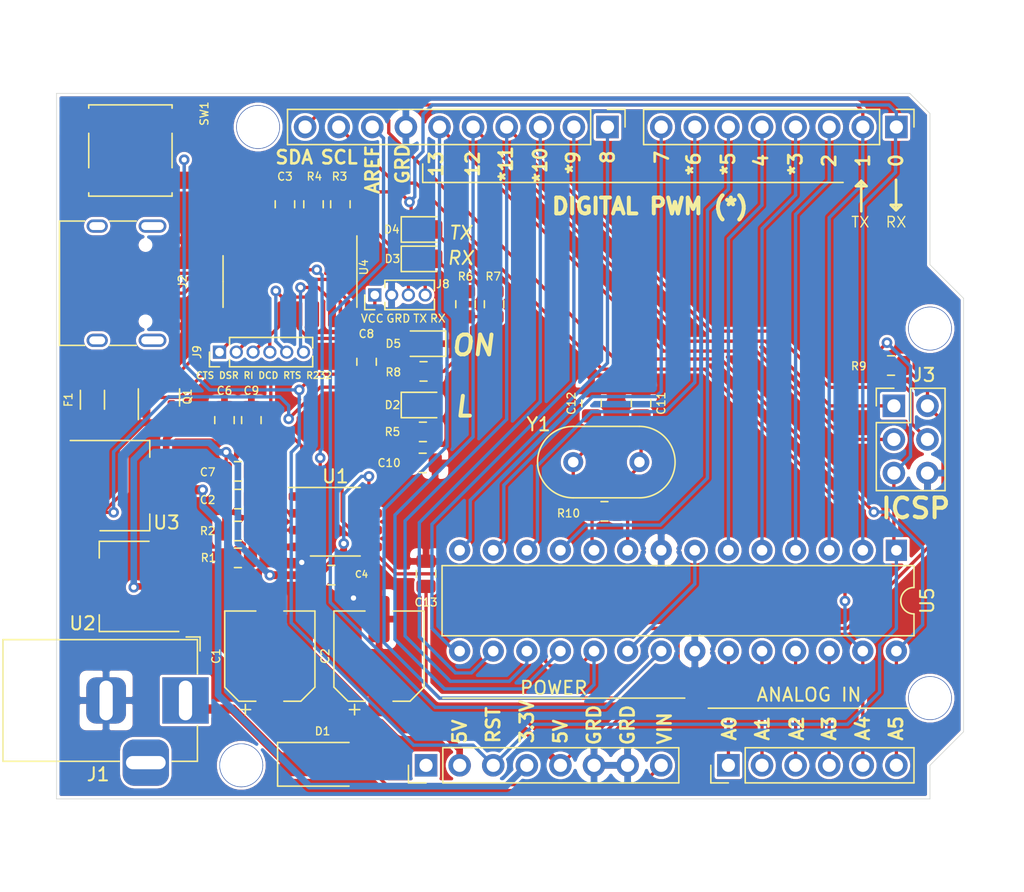
<source format=kicad_pcb>
(kicad_pcb (version 20211014) (generator pcbnew)
  (layers (0 "F.Cu" signal) (31 "B.Cu" signal) (34 "B.Paste" user) (35 "F.Paste" user) (36 "B.SilkS" user "B.Silkscreen") (37 "F.SilkS" user "F.Silkscreen") (38 "B.Mask" user) (39 "F.Mask" user) (44 "Edge.Cuts" user))
  (net 0 "")
  (net 1 "Net-(Q1-Pad2)")
  (net 2 "/VBUS")
  (net 3 "+5V")
  (net 4 "/VIN")
  (net 5 "GND")
  (net 6 "+3V3")
  (net 7 "Net-(R3-Pad2)")
  (net 8 "Net-(R4-Pad2)")
  (net 9 "Net-(U4-Pad7)")
  (net 10 "Net-(U4-Pad8)")
  (net 11 "Net-(C8-Pad2)")
  (net 12 "/DTR")
  (net 13 "/D9")
  (net 14 "/D0")
  (net 15 "/D10")
  (net 16 "/D1")
  (net 17 "/D11")
  (net 18 "/D2")
  (net 19 "/D12")
  (net 20 "/D3")
  (net 21 "/D13")
  (net 22 "/D4")
  (net 23 "/AREF")
  (net 24 "/A0")
  (net 25 "/A1")
  (net 26 "/D5")
  (net 27 "/A2")
  (net 28 "/D6")
  (net 29 "/A3")
  (net 30 "/D7")
  (net 31 "/A4")
  (net 32 "/D8")
  (net 33 "/A5")
  (net 34 "Net-(F1-Pad2)")
  (net 35 "Net-(J5-Pad1)")
  (net 36 "Net-(R1-Pad2)")
  (net 37 "Net-(R5-Pad1)")
  (net 38 "Net-(D2-Pad2)")
  (net 39 "Net-(D1-Pad1)")
  (net 40 "Net-(J2-PadA7)")
  (net 41 "Net-(J2-PadA6)")
  (net 42 "Net-(J2-PadB8)")
  (net 43 "Net-(J2-PadA5)")
  (net 44 "Net-(J2-PadA8)")
  (net 45 "Net-(J2-PadB5)")
  (net 46 "Net-(J2-PadS1)")
  (net 47 "Net-(D3-Pad2)")
  (net 48 "Net-(D4-Pad2)")
  (net 49 "Net-(D5-Pad2)")
  (net 50 "Net-(C11-Pad2)")
  (net 51 "Net-(C12-Pad1)")
  (net 52 "/RI")
  (net 53 "/DCD")
  (net 54 "/DSR")
  (net 55 "/RTS")
  (net 56 "/CTS")
  (net 57 "/R232")
  (footprint "Connector_PinHeader_2.54mm:PinHeader_1x06_P2.54mm_Vertical" (layer "F.Cu") (at 160.528 96.266 90)
    (fp_text reference "J4" hide)
    (fp_text value "Conn_01x06_MountingPin")
  )
  (footprint "Connector_PinHeader_2.54mm:PinHeader_1x08_P2.54mm_Vertical" (layer "F.Cu") (at 173.228 48.006 -90)
    (fp_text reference "J7" hide)
    (fp_text value "Conn_01x08_MountingPin")
  )
  (footprint "Connector_PinHeader_2.54mm:PinHeader_1x10_P2.54mm_Vertical" (layer "F.Cu") (at 151.384 48.006 -90)
    (fp_text reference "J6" hide)
    (fp_text value "Conn_01x10_MountingPin")
  )
  (footprint "Connector_PinHeader_2.54mm:PinHeader_1x08_P2.54mm_Vertical" (layer "F.Cu") (at 137.668 96.266 90)
    (fp_text reference "J5" hide)
    (fp_text value "Conn_01x08_MountingPin")
  )
  (footprint "Connector_BarrelJack:BarrelJack_Horizontal" (layer "F.Cu") (at 119.4816 91.3638)
    (fp_text reference "J1")
    (fp_text value "Jack-DC")
  )
  (footprint "Button_Switch_SMD:SW_SPST_B3S-1000" (layer "F.Cu") (at 115.316 49.784)
    (fp_text reference "SW1")
    (fp_text value "SW_Push")
  )
  (footprint "Package_SO:SOP-8_3.76x4.96mm_P1.27mm" (layer "F.Cu") (at 130.81 77.851)
    (fp_text reference "U1")
    (fp_text value "LM358")
  )
  (footprint "Connector_PinHeader_2.54mm:PinHeader_2x03_P2.54mm_Vertical" (layer "F.Cu") (at 173.0375 69.088)
    (fp_text reference "J3")
    (fp_text value "Conn_02x03_Odd_Even")
  )
  (footprint "Package_TO_SOT_SMD:SOT-23" (layer "F.Cu") (at 117.475 68.453 90)
    (fp_text reference "Q1")
    (fp_text value "BS250")
  )
  (footprint "Capacitor_SMD:C_0805_2012Metric" (layer "F.Cu") (at 123.444 76.1365)
    (fp_text reference "C2")
    (fp_text value "10uF")
  )
  (footprint "Capacitor_SMD:C_0805_2012Metric" (layer "F.Cu") (at 127 53.848 -90)
    (fp_text reference "C3")
    (fp_text value "100nF")
  )
  (footprint "Capacitor_SMD:C_0805_2012Metric" (layer "F.Cu") (at 137.4775 66.4845 180)
    (fp_text reference "R8")
    (fp_text value "1k")
  )
  (footprint "Package_SO:SOIC-16_3.9x9.9mm_P1.27mm" (layer "F.Cu") (at 127.381 59.69 -90)
    (fp_text reference "U4")
    (fp_text value "CH340C")
  )
  (footprint "Package_TO_SOT_SMD:SOT-223-3_TabPin2" (layer "F.Cu") (at 114.8715 82.7405 180)
    (fp_text reference "U2")
    (fp_text value "AMS1117-5.0")
  )
  (footprint "Package_TO_SOT_SMD:SOT-223-3_TabPin2" (layer "F.Cu") (at 114.8715 75.1205)
    (fp_text reference "U3")
    (fp_text value "AMS1117-3.3")
  )
  (footprint "Package_DIP:DIP-28_W7.62mm" (layer "F.Cu") (at 173.228 80.01 -90)
    (fp_text reference "U5")
    (fp_text value "ATmega328P-PU")
  )
  (footprint "LED_SMD:LED_0805_2012Metric" (layer "F.Cu") (at 137.4775 55.753)
    (fp_text reference "D4")
    (fp_text value "LED")
  )
  (footprint "LED_SMD:LED_0805_2012Metric" (layer "F.Cu") (at 137.4775 64.389 180)
    (fp_text reference "D5")
    (fp_text value "LED")
  )
  (footprint "Capacitor_SMD:C_0805_2012Metric" (layer "F.Cu") (at 153.924 68.8975 -90)
    (fp_text reference "C11")
    (fp_text value "22pF")
  )
  (footprint "Capacitor_SMD:C_0805_2012Metric" (layer "F.Cu") (at 150.1775 68.8975 90)
    (fp_text reference "C12")
    (fp_text value "22pF")
  )
  (footprint "Connector_USB2:USB_C_Receptacle_HRO_TYPE-C-31-M-12" (layer "F.Cu") (at 113.8555 59.817 -90)
    (fp_text reference "J2")
    (fp_text value "USB_C_Receptacle_USB2.0")
  )
  (footprint "Capacitor_SMD:C_0805_2012Metric" (layer "F.Cu") (at 172.8216 66.04)
    (fp_text reference "R9")
    (fp_text value "1K")
  )
  (footprint "Capacitor_SMD:C_0805_2012Metric" (layer "F.Cu") (at 151.1554 77.0636 180)
    (fp_text reference "R10")
    (fp_text value "1M")
  )
  (footprint "Capacitor_SMD:C_1206_3216Metric" (layer "F.Cu") (at 112.4458 68.6308 90)
    (fp_text reference "F1")
    (fp_text value "Fuse")
  )
  (footprint "Diode_SMD:D_SMA" (layer "F.Cu") (at 129.8448 96.1898)
    (fp_text reference "D1")
    (fp_text value "DIODE")
  )
  (footprint "Crystal:Resonator-2Pin_W10.0mm_H5.0mm" (layer "F.Cu") (at 153.797 73.3425 180)
    (fp_text reference "Y1")
    (fp_text value "16 Mhz")
  )
  (footprint "Capacitor_SMD:CP_Elec_6.3x5.4" (layer "F.Cu") (at 125.857 88.011 90)
    (fp_text reference "C1")
    (fp_text value "47uF")
  )
  (footprint "Capacitor_SMD:CP_Elec_6.3x5.4" (layer "F.Cu") (at 134.112 88.011 90)
    (fp_text reference "C2")
    (fp_text value "10uF")
  )
  (footprint "Connector_PinHeader_1.27mm:PinHeader_1x04_P1.27mm_Vertical" (layer "F.Cu") (at 133.7945 60.706 90)
    (fp_text reference "J8")
    (fp_text value "Conn_01x04_MountingPin")
  )
  (footprint "Connector_PinHeader_1.27mm:PinHeader_1x06_P1.27mm_Vertical" (layer "F.Cu") (at 122.05208 65.02654 90)
    (fp_text reference "J9")
    (fp_text value "Conn_01x06_MountingPin")
  )
  (footprint "Capacitor_SMD:C_0805_2012Metric" (layer "F.Cu") (at 140.6525 61.4045 -90)
    (fp_text reference "R6")
    (fp_text value "1k")
  )
  (footprint "Capacitor_SMD:C_0805_2012Metric" (layer "F.Cu") (at 142.8115 61.4045 90)
    (fp_text reference "R7")
    (fp_text value "1k")
  )
  (footprint "Capacitor_SMD:C_0805_2012Metric" (layer "F.Cu") (at 130.5052 81.8896)
    (fp_text reference "C4")
    (fp_text value "100nF")
  )
  (footprint "LED_SMD:LED_0805_2012Metric" (layer "F.Cu") (at 137.4775 57.9755)
    (fp_text reference "D3")
    (fp_text value "LED")
  )
  (footprint "Capacitor_SMD:C_0805_2012Metric" (layer "F.Cu") (at 124.46 70.1675 90)
    (fp_text reference "C9")
    (fp_text value "100nF")
  )
  (footprint "Capacitor_SMD:C_0805_2012Metric" (layer "F.Cu") (at 137.414 73.406)
    (fp_text reference "C10")
    (fp_text value "100nF")
  )
  (footprint "Capacitor_SMD:C_0805_2012Metric" (layer "F.Cu") (at 122.428 70.1675 90)
    (fp_text reference "C6")
    (fp_text value "10uF")
  )
  (footprint "Capacitor_SMD:C_0805_2012Metric" (layer "F.Cu") (at 131.191 53.848 -90)
    (fp_text reference "R3")
    (fp_text value "1k")
  )
  (footprint "Capacitor_SMD:C_0805_2012Metric" (layer "F.Cu") (at 133.1722 65.75806 90)
    (fp_text reference "C8")
    (fp_text value "100nf")
  )
  (footprint "Capacitor_SMD:C_0805_2012Metric" (layer "F.Cu") (at 137.429 71.0565)
    (fp_text reference "R5")
    (fp_text value "1k")
  )
  (footprint "Capacitor_SMD:C_0805_2012Metric" (layer "F.Cu") (at 123.444 78.5495 180)
    (fp_text reference "R2")
    (fp_text value "10k")
  )
  (footprint "Capacitor_SMD:C_0805_2012Metric" (layer "F.Cu") (at 123.444 74.041)
    (fp_text reference "C7")
    (fp_text value "100nF")
  )
  (footprint "Capacitor_SMD:C_0805_2012Metric" (layer "F.Cu") (at 123.444 80.5815)
    (fp_text reference "R1")
    (fp_text value "10k")
  )
  (footprint "Capacitor_SMD:C_0805_2012Metric" (layer "F.Cu") (at 129.159 53.848 -90)
    (fp_text reference "R4")
    (fp_text value "1k")
  )
  (footprint "Capacitor_SMD:C_0805_2012Metric" (layer "F.Cu") (at 137.668 81.788 90)
    (fp_text reference "C13")
    (fp_text value "100nF")
  )
  (footprint "LED_SMD:LED_0805_2012Metric" (layer "F.Cu") (at 137.4775 69.0245)
    (fp_text reference "D2")
    (fp_text value "LED")
  )
  (gr_line (start 137.414 52.197) (end 138 52.2) (layer "F.SilkS") (width 0.12))
  (gr_line (start 170.17086 52.480228) (end 170.57086 52.080228) (layer "F.SilkS") (width 0.2))
  (gr_line (start 170.97086 52.480228) (end 170.17086 52.480228) (layer "F.SilkS") (width 0.2))
  (gr_line (start 170.57086 52.080228) (end 170.97086 52.480228) (layer "F.SilkS") (width 0.2))
  (gr_line (start 170.57086 54.380228) (end 170.57086 52.080228) (layer "F.SilkS") (width 0.2))
  (gr_line (start 173.6 53.9) (end 173.2 54.3) (layer "F.SilkS") (width 0.2))
  (gr_line (start 137.414 50.8) (end 137.414 52.197) (layer "F.SilkS") (width 0.12))
  (gr_line (start 159.004 91.948) (end 174.1805 91.948) (layer "F.SilkS") (width 0.12))
  (gr_line (start 157.226 91.186) (end 138.938 91.186) (layer "F.SilkS") (width 0.12))
  (gr_line (start 173.2 54.3) (end 172.8 53.9) (layer "F.SilkS") (width 0.2))
  (gr_line (start 172.8 53.9) (end 173.6 53.9) (layer "F.SilkS") (width 0.2))
  (gr_line (start 169.2 52.2) (end 138 52.2) (layer "F.SilkS") (width 0.12))
  (gr_line (start 173.2 52) (end 173.2 54.3) (layer "F.SilkS") (width 0.2))
  (gr_line (start 109.728 45.466) (end 109.728 98.806) (layer "Edge.Cuts") (width 0.05))
  (gr_line (start 175.768 58.42) (end 175.768 46.99) (layer "Edge.Cuts") (width 0.05))
  (gr_line (start 175.768 96.266) (end 178.308 93.726) (layer "Edge.Cuts") (width 0.05))
  (gr_line (start 178.308 93.726) (end 178.308 60.96) (layer "Edge.Cuts") (width 0.05))
  (gr_line (start 109.728 98.806) (end 175.768 98.806) (layer "Edge.Cuts") (width 0.05))
  (gr_line (start 175.768 46.99) (end 174.244 45.466) (layer "Edge.Cuts") (width 0.05))
  (gr_line (start 174.244 45.466) (end 109.728 45.466) (layer "Edge.Cuts") (width 0.05))
  (gr_line (start 178.308 60.96) (end 175.768 58.42) (layer "Edge.Cuts") (width 0.05))
  (gr_line (start 175.768 98.806) (end 175.768 96.266) (layer "Edge.Cuts") (width 0.05))
  (gr_text "SDA" (at 127.7 50.3) (layer "F.SilkS") (effects (font (size 1 1) (thickness 0.2))))
  (gr_text "RX" (at 173.2 55.2) (layer "F.SilkS") (effects (font (size 0.8 0.8) (thickness 0.1))))
  (gr_text "A5" (at 173.2 93.472 90) (layer "F.SilkS") (effects (font (size 1 1) (thickness 0.2))))
  (gr_text "A2" (at 165.7 93.472 90) (layer "F.SilkS") (effects (font (size 1 1) (thickness 0.2))))
  (gr_text "*5\n" (at 160.5 50.8 90) (layer "F.SilkS") (effects (font (size 1 1) (thickness 0.2))))
  (gr_text "4\n" (at 163 50.546 90) (layer "F.SilkS") (effects (font (size 1 1) (thickness 0.2))))
  (gr_text "GRD" (at 135.5725 62.484) (layer "F.SilkS") (effects (font (size 0.6 0.6) (thickness 0.1))))
  (gr_text "L" (at 140.5255 69.1515) (layer "F.SilkS") (effects (font (size 1.5 1.5) (thickness 0.3) italic)))
  (gr_text "POWER" (at 147.32 90.424) (layer "F.SilkS") (effects (font (size 1 1))))
  (gr_text "AREF" (at 133.63 51.23 90) (layer "F.SilkS") (effects (font (size 1 1) (thickness 0.2))))
  (gr_text "*3" (at 165.6 50.8 90) (layer "F.SilkS") (effects (font (size 1 1) (thickness 0.2))))
  (gr_text "GRD" (at 150.368 93.218 90) (layer "F.SilkS") (effects (font (size 1 1) (thickness 0.2))))
  (gr_text "RX" (at 140.2715 57.912) (layer "F.SilkS") (effects (font (size 1 1) (thickness 0.15) italic)))
  (gr_text "VCC" (at 133.604 62.484) (layer "F.SilkS") (effects (font (size 0.6 0.6) (thickness 0.1))))
  (gr_text "A0" (at 160.6 93.472 90) (layer "F.SilkS") (effects (font (size 1 1) (thickness 0.2))))
  (gr_text "TX" (at 137.2235 62.484) (layer "F.SilkS") (effects (font (size 0.6 0.6) (thickness 0.1))))
  (gr_text "RX" (at 138.557 62.484) (layer "F.SilkS") (effects (font (size 0.6 0.6) (thickness 0.1))))
  (gr_text "5V" (at 140.208 93.726 90) (layer "F.SilkS") (effects (font (size 1 1) (thickness 0.2))))
  (gr_text "GRD" (at 135.89 50.8 90) (layer "F.SilkS") (effects (font (size 1 1) (thickness 0.2))))
  (gr_text "3.3V" (at 145.288 92.964 90) (layer "F.SilkS") (effects (font (size 1 1) (thickness 0.2))))
  (gr_text "8" (at 151.4 50.292 90) (layer "F.SilkS") (effects (font (size 1 1) (thickness 0.2))))
  (gr_text "13" (at 138.43 50.8 90) (layer "F.SilkS") (effects (font (size 1 1) (thickness 0.2))))
  (gr_text "*9" (at 148.8 50.7 90) (layer "F.SilkS") (effects (font (size 1 1) (thickness 0.2))))
  (gr_text "A1" (at 163.1 93.472 90) (layer "F.SilkS") (effects (font (size 1 1) (thickness 0.2))))
  (gr_text "VIN" (at 155.702 93.472 90) (layer "F.SilkS") (effects (font (size 1 1) (thickness 0.2))))
  (gr_text "2" (at 168.148 50.546 90) (layer "F.SilkS") (effects (font (size 1 1) (thickness 0.2))))
  (gr_text "SCL\n" (at 131.1 50.3) (layer "F.SilkS") (effects (font (size 1 1) (thickness 0.2))))
  (gr_text "A3" (at 168.148 93.472 90) (layer "F.SilkS") (effects (font (size 1 1) (thickness 0.2))))
  (gr_text "*6" (at 157.9 50.8 90) (layer "F.SilkS") (effects (font (size 1 1) (thickness 0.2))))
  (gr_text "CTS DSR RI DCD RTS R232" (at 125.4125 66.7893) (layer "F.SilkS") (effects (font (size 0.5 0.5) (thickness 0.1))))
  (gr_text "12" (at 141.2 50.8 90) (layer "F.SilkS") (effects (font (size 1 1) (thickness 0.2))))
  (gr_text "DIGITAL PWM (*)" (at 154.6 54) (layer "F.SilkS") (effects (font (size 1.2 1.2) (thickness 0.3))))
  (gr_text "0\n" (at 173.2 50.546 90) (layer "F.SilkS") (effects (font (size 1 1) (thickness 0.2))))
  (gr_text "ON" (at 141.224 64.516) (layer "F.SilkS") (effects (font (size 1.5 1.5) (thickness 0.3) italic)))
  (gr_text "A4" (at 170.688 93.472 90) (layer "F.SilkS") (effects (font (size 1 1) (thickness 0.2))))
  (gr_text "GRD" (at 152.908 93.218 90) (layer "F.SilkS") (effects (font (size 1 1) (thickness 0.2))))
  (gr_text "7" (at 155.5 50.292 90) (layer "F.SilkS") (effects (font (size 1 1) (thickness 0.2))))
  (gr_text "TX" (at 170.5 55.2) (layer "F.SilkS") (effects (font (size 0.8 0.8) (thickness 0.1))))
  (gr_text "ANALOG IN" (at 166.624 90.932) (layer "F.SilkS") (effects (font (size 1 1))))
  (gr_text "ICSP" (at 174.6885 76.835) (layer "F.SilkS") (effects (font (size 1.5 1.5) (thickness 0.3))))
  (gr_text "5V" (at 147.828 93.726 90) (layer "F.SilkS") (effects (font (size 1 1) (thickness 0.2))))
  (gr_text "*10\n" (at 146.3 50.9 90) (layer "F.SilkS") (effects (font (size 1 1) (thickness 0.2))))
  (gr_text "TX" (at 140.2842 56.007) (layer "F.SilkS") (effects (font (size 1 1) (thickness 0.15) italic)))
  (gr_text "1\n" (at 170.7 50.546 90) (layer "F.SilkS") (effects (font (size 1 1) (thickness 0.2))))
  (gr_text "RST" (at 142.748 93.218 90) (layer "F.SilkS") (effects (font (size 1 1) (thickness 0.2))))
  (gr_text "*11" (at 143.7 50.8 90) (layer "F.SilkS") (effects (font (size 1 1) (thickness 0.2))))
  (via (at 175.768 63.246) (size 3.3) (drill 3.2) (layers "F.Cu" "B.Cu") (net 0))
  (via (at 124.968 48.006) (size 3.3) (drill 3.2) (layers "F.Cu" "B.Cu") (net 0))
  (via (at 175.768 91.186) (size 3.3) (drill 3.2) (layers "F.Cu" "B.Cu") (net 0))
  (via (at 123.698 96.266) (size 3.3) (drill 3.2) (layers "F.Cu" "B.Cu") (net 0))
  (segment (start 116.525 68.8165) (end 116.8885 68.453) (width 0.25) (layer "F.Cu") (net 1))
  (segment (start 116.525 69.403) (end 116.525 69.453) (width 0.25) (layer "F.Cu") (net 1))
  (segment (start 128.2725 72.138049) (end 128.2725 75.946) (width 0.25) (layer "F.Cu") (net 1))
  (segment (start 119.0625 68.453) (end 121.4155 66.1) (width 0.25) (layer "F.Cu") (net 1))
  (segment (start 124.83 66.1) (end 125.93 67.2) (width 0.25) (layer "F.Cu") (net 1))
  (segment (start 126.31 70.18) (end 126.314451 70.18) (width 0.25) (layer "F.Cu") (net 1))
  (segment (start 125.93 69.8) (end 126.31 70.18) (width 0.25) (layer "F.Cu") (net 1))
  (segment (start 121.4155 66.1) (end 124.83 66.1) (width 0.25) (layer "F.Cu") (net 1))
  (segment (start 116.8885 68.453) (end 119.0625 68.453) (width 0.25) (layer "F.Cu") (net 1))
  (segment (start 125.93 67.2) (end 125.93 69.8) (width 0.25) (layer "F.Cu") (net 1))
  (segment (start 126.314451 70.18) (end 128.2725 72.138049) (width 0.25) (layer "F.Cu") (net 1))
  (segment (start 116.5225 68.834) (end 116.5225 69.534) (width 0.25) (layer "F.Cu") (net 1))
  (segment (start 112.4458 70.0308) (end 113.4208 70.0308) (width 0.25) (layer "F.Cu") (net 2))
  (segment (start 131.826 61.19) (end 131.826 62.165) (width 0.25) (layer "F.Cu") (net 2))
  (segment (start 116.825 67.453) (end 117.475 67.453) (width 0.25) (layer "F.Cu") (net 2))
  (segment (start 113.4208 70.0308) (end 115.9986 67.453) (width 0.25) (layer "F.Cu") (net 2))
  (segment (start 120.7135 61.9125) (end 122.7455 59.8805) (width 0.25) (layer "F.Cu") (net 2))
  (segment (start 131.826 62.165) (end 133.0855 62.165) (width 0.25) (layer "F.Cu") (net 2))
  (segment (start 133.0855 62.165) (end 133.7945 61.456) (width 0.25) (layer "F.Cu") (net 2))
  (segment (start 129.096694 59.529246) (end 130.165246 59.529246) (width 0.25) (layer "F.Cu") (net 2))
  (segment (start 128.982425 59.414977) (end 129.096694 59.529246) (width 0.25) (layer "F.Cu") (net 2))
  (segment (start 133.7945 61.456) (end 133.7945 60.706) (width 0.25) (layer "F.Cu") (net 2))
  (segment (start 118.125 67.453) (end 120.7135 64.8645) (width 0.25) (layer "F.Cu") (net 2))
  (segment (start 130.165246 59.529246) (end 131.826 61.19) (width 0.25) (layer "F.Cu") (net 2))
  (segment (start 126.120739 59.414977) (end 128.982425 59.414977) (width 0.25) (layer "F.Cu") (net 2))
  (segment (start 117.475 67.453) (end 118.125 67.453) (width 0.25) (layer "F.Cu") (net 2))
  (segment (start 125.655216 59.8805) (end 126.120739 59.414977) (width 0.25) (layer "F.Cu") (net 2))
  (segment (start 115.9986 67.453) (end 116.825 67.453) (width 0.25) (layer "F.Cu") (net 2))
  (segment (start 122.7455 59.8805) (end 125.655216 59.8805) (width 0.25) (layer "F.Cu") (net 2))
  (segment (start 120.7135 64.8645) (end 120.7135 61.9125) (width 0.25) (layer "F.Cu") (net 2))
  (segment (start 169.507502 85.9155) (end 154.6225 85.9155) (width 0.25) (layer "F.Cu") (net 3))
  (segment (start 140.208 95.063919) (end 138.743081 93.599) (width 0.5) (layer "F.Cu") (net 3))
  (segment (start 122.555 73.9925) (end 122.5065 74.041) (width 0.25) (layer "F.Cu") (net 3))
  (segment (start 154.6225 85.9155) (end 154.033001 86.504999) (width 0.25) (layer "F.Cu") (net 3))
  (segment (start 114.8309 72.6186) (end 116.5225 70.927) (width 0.25) (layer "F.Cu") (net 3))
  (segment (start 133.0512 90.811) (end 132.3721 90.1319) (width 0.5) (layer "F.Cu") (net 3))
  (segment (start 129.675267 67.6783) (end 137.2212 67.6783) (width 0.25) (layer "F.Cu") (net 3))
  (segment (start 129.5677 81.8896) (end 125.857002 81.8896) (width 0.6) (layer "F.Cu") (net 3))
  (segment (start 112.0022 77.1398) (end 111.7215 77.4205) (width 0.25) (layer "F.Cu") (net 3))
  (segment (start 133.3475 74.4245) (end 133.35 74.422) (width 0.25) (layer "F.Cu") (net 3))
  (segment (start 176.752501 70.263001) (end 176.752501 78.670501) (width 0.25) (layer "F.Cu") (net 3))
  (segment (start 129.5677 87.3275) (end 129.5677 81.8896) (width 0.5) (layer "F.Cu") (net 3))
  (segment (start 154.6225 85.9155) (end 156.1465 85.9155) (width 0.25) (layer "F.Cu") (net 3))
  (segment (start 134.112 90.811) (end 133.0512 90.811) (width 0.5) (layer "F.Cu") (net 3))
  (segment (start 138.743081 93.599) (end 135.90016 93.599) (width 0.5) (layer "F.Cu") (net 3))
  (segment (start 137.2212 67.6783) (end 138.415 66.4845) (width 0.25) (layer "F.Cu") (net 3))
  (segment (start 139.0025 66.4845) (end 138.415 66.4845) (width 0.25) (layer "F.Cu") (net 3))
  (segment (start 131.445 80.0123) (end 131.445 79.502) (width 0.5) (layer "F.Cu") (net 3))
  (segment (start 118.425 69.503) (end 118.425 69.453) (width 0.25) (layer "F.Cu") (net 3))
  (segment (start 111.783 78.359) (end 111.7215 78.4205) (width 0.25) (layer "F.Cu") (net 3))
  (segment (start 133.939 75.9435) (end 133.35 75.9435) (width 0.25) (layer "F.Cu") (net 3))
  (segment (start 134.112 91.81084) (end 134.112 90.811) (width 0.5) (layer "F.Cu") (net 3))
  (segment (start 154.033001 86.504999) (end 153.707999 86.830001) (width 0.25) (layer "F.Cu") (net 3))
  (segment (start 132.3721 90.1319) (end 129.5677 87.3275) (width 0.5) (layer "F.Cu") (net 3))
  (segment (start 133.3475 75.946) (end 133.3475 74.4245) (width 0.25) (layer "F.Cu") (net 3))
  (segment (start 140.6525 64.8345) (end 139.0025 66.4845) (width 0.25) (layer "F.Cu") (net 3))
  (segment (start 175.5775 67.8584) (end 175.5775 69.088) (width 0.25) (layer "F.Cu") (net 3))
  (segment (start 140.6525 62.342) (end 140.6525 64.8345) (width 0.25) (layer "F.Cu") (net 3))
  (segment (start 136.4765 73.406) (end 133.939 75.9435) (width 0.25) (layer "F.Cu") (net 3))
  (segment (start 135.90016 93.599) (end 134.112 91.81084) (width 0.5) (layer "F.Cu") (net 3))
  (segment (start 176.752501 78.670501) (end 169.507502 85.9155) (width 0.25) (layer "F.Cu") (net 3))
  (segment (start 156.718 86.487) (end 156.718 88.265) (width 0.25) (layer "F.Cu") (net 3))
  (segment (start 111.7215 78.4205) (end 111.7215 82.7405) (width 0.7) (layer "F.Cu") (net 3))
  (segment (start 145.161 93.599) (end 147.828 96.266) (width 0.5) (layer "F.Cu") (net 3))
  (segment (start 117.001 70.927) (end 118.425 69.503) (width 0.25) (layer "F.Cu") (net 3))
  (segment (start 122.5065 74.041) (end 122.5065 76.1365) (width 0.5) (layer "F.Cu") (net 3))
  (segment (start 153.707999 86.830001) (end 152.908 87.63) (width 0.25) (layer "F.Cu") (net 3))
  (segment (start 175.5775 69.088) (end 176.752501 70.263001) (width 0.25) (layer "F.Cu") (net 3))
  (segment (start 125.857002 81.8896) (end 125.857001 81.889601) (width 0.6) (layer "F.Cu") (net 3))
  (segment (start 115.6335 82.7405) (end 115.57 82.804) (width 0.5) (layer "F.Cu") (net 3))
  (segment (start 114.8334 75.5586) (end 114.8334 72.6186) (width 0.25) (layer "F.Cu") (net 3))
  (segment (start 116.5225 70.927) (end 117.001 70.927) (width 0.25) (layer "F.Cu") (net 3))
  (segment (start 118.0215 82.7405) (end 115.6335 82.7405) (width 0.5) (layer "F.Cu") (net 3))
  (segment (start 113.2522 77.1398) (end 114.8334 75.5586) (width 0.25) (layer "F.Cu") (net 3))
  (segment (start 127.28051 70.073057) (end 129.675267 67.6783) (width 0.25) (layer "F.Cu") (net 3))
  (segment (start 132.3721 90.1319) (end 132.334 90.17) (width 0.25) (layer "F.Cu") (net 3))
  (segment (start 111.9715 77.4205) (end 111.7215 77.4205) (width 0.25) (layer "F.Cu") (net 3))
  (segment (start 114.046 77.1398) (end 112.0022 77.1398) (width 0.25) (layer "F.Cu") (net 3))
  (segment (start 173.7591 66.04) (end 175.5775 67.8584) (width 0.25) (layer "F.Cu") (net 3))
  (segment (start 138.743081 93.599) (end 145.161 93.599) (width 0.5) (layer "F.Cu") (net 3))
  (segment (start 140.6525 62.342) (end 142.8115 62.342) (width 0.25) (layer "F.Cu") (net 3))
  (segment (start 133.35 75.9435) (end 133.3475 75.946) (width 0.25) (layer "F.Cu") (net 3))
  (segment (start 150.9395 94.0435) (end 150.0505 94.0435) (width 0.25) (layer "F.Cu") (net 3))
  (segment (start 122.555 72.5932) (end 122.555 73.9925) (width 0.25) (layer "F.Cu") (net 3))
  (segment (start 140.208 96.266) (end 140.208 95.063919) (width 0.5) (layer "F.Cu") (net 3))
  (segment (start 156.1465 85.9155) (end 156.718 86.487) (width 0.25) (layer "F.Cu") (net 3))
  (segment (start 129.5677 81.8896) (end 131.445 80.0123) (width 0.5) (layer "F.Cu") (net 3))
  (segment (start 111.7215 77.4205) (end 111.7215 78.4205) (width 0.7) (layer "F.Cu") (net 3))
  (segment (start 112.0022 77.1398) (end 113.2522 77.1398) (width 0.25) (layer "F.Cu") (net 3))
  (segment (start 150.0505 94.0435) (end 147.828 96.266) (width 0.25) (layer "F.Cu") (net 3))
  (segment (start 156.718 88.265) (end 150.9395 94.0435) (width 0.25) (layer "F.Cu") (net 3))
  (via (at 114.046 77.1398) (size 0.8) (drill 0.4) (layers "F.Cu" "B.Cu") (net 3))
  (via (at 133.35 74.422) (size 0.8) (drill 0.4) (layers "F.Cu" "B.Cu") (net 3))
  (via (at 125.857001 81.889601) (size 0.8) (drill 0.4) (layers "F.Cu" "B.Cu") (net 3))
  (via (at 131.445 79.502) (size 0.8) (drill 0.4) (layers "F.Cu" "B.Cu") (net 3))
  (via (at 127.28051 70.073057) (size 0.8) (drill 0.4) (layers "F.Cu" "B.Cu") (net 3))
  (via (at 115.57 82.804) (size 0.8) (drill 0.4) (layers "F.Cu" "B.Cu") (net 3))
  (via (at 122.555 72.5932) (size 0.8) (drill 0.4) (layers "F.Cu" "B.Cu") (net 3))
  (segment (start 133.35 74.422) (end 132.784315 74.422) (width 0.25) (layer "B.Cu") (net 3))
  (segment (start 114.046 72.56018) (end 118.1989 68.40728) (width 0.25) (layer "B.Cu") (net 3))
  (segment (start 115.57 80.391) (end 115.57 82.804) (width 0.5) (layer "B.Cu") (net 3))
  (segment (start 121.989315 72.5932) (end 121.278115 71.882) (width 0.5) (layer "B.Cu") (net 3))
  (segment (start 123.444 79.4766) (end 123.444 73.4822) (width 0.5) (layer "B.Cu") (net 3))
  (segment (start 116.84 71.882) (end 115.57 73.152) (width 0.5) (layer "B.Cu") (net 3))
  (segment (start 121.278115 71.882) (end 116.84 71.882) (width 0.5) (layer "B.Cu") (net 3))
  (segment (start 131.445 75.761315) (end 131.445 78.936315) (width 0.25) (layer "B.Cu") (net 3))
  (segment (start 123.444 73.4822) (end 122.555 72.5932) (width 0.5) (layer "B.Cu") (net 3))
  (segment (start 118.1989 68.40728) (end 126.61138 68.40728) (width 0.25) (layer "B.Cu") (net 3))
  (segment (start 132.784315 74.422) (end 131.445 75.761315) (width 0.25) (layer "B.Cu") (net 3))
  (segment (start 131.445 78.936315) (end 131.445 79.502) (width 0.25) (layer "B.Cu") (net 3))
  (segment (start 115.57 73.152) (end 115.57 80.391) (width 0.5) (layer "B.Cu") (net 3))
  (segment (start 125.857001 81.889601) (end 123.444 79.4766) (width 0.5) (layer "B.Cu") (net 3))
  (segment (start 126.61138 68.40728) (end 127.28051 69.07641) (width 0.25) (layer "B.Cu") (net 3))
  (segment (start 127.28051 69.07641) (end 127.28051 70.073057) (width 0.25) (layer "B.Cu") (net 3))
  (segment (start 157.988 80.01) (end 157.988 82.55) (width 0.25) (layer "B.Cu") (net 3))
  (segment (start 114.046 77.1398) (end 114.046 72.56018) (width 0.25) (layer "B.Cu") (net 3))
  (segment (start 157.988 82.55) (end 152.908 87.63) (width 0.25) (layer "B.Cu") (net 3))
  (segment (start 122.555 72.5932) (end 121.989315 72.5932) (width 0.5) (layer "B.Cu") (net 3))
  (segment (start 153.9875 97.7265) (end 155.448 96.266) (width 0.25) (layer "F.Cu") (net 4))
  (segment (start 132.194 96.266) (end 133.194 96.266) (width 0.25) (layer "F.Cu") (net 4))
  (segment (start 132.194 95.666) (end 132.194 94.094) (width 0.7) (layer "F.Cu") (net 4))
  (segment (start 122.3655 80.4405) (end 118.0215 80.4405) (width 0.7) (layer "F.Cu") (net 4))
  (segment (start 128.911 90.811) (end 125.857 90.811) (width 0.7) (layer "F.Cu") (net 4))
  (segment (start 132.194 94.094) (end 128.911 90.811) (width 0.7) (layer "F.Cu") (net 4))
  (segment (start 122.5065 80.5815) (end 122.5065 87.4605) (width 0.7) (layer "F.Cu") (net 4))
  (segment (start 125.7074 89.1794) (end 125.2982 89.1794) (width 0.25) (layer "F.Cu") (net 4))
  (segment (start 132.194 95.666) (end 132.194 96.266) (width 0.25) (layer "F.Cu") (net 4))
  (segment (start 133.194 96.266) (end 134.6545 97.7265) (width 0.25) (layer "F.Cu") (net 4))
  (segment (start 134.6545 97.7265) (end 153.9875 97.7265) (width 0.25) (layer "F.Cu") (net 4))
  (segment (start 122.5065 80.5815) (end 122.3655 80.4405) (width 0.7) (layer "F.Cu") (net 4))
  (segment (start 122.5065 87.4605) (end 125.857 90.811) (width 0.7) (layer "F.Cu") (net 4))
  (segment (start 111.341 47.534) (end 119.291 47.534) (width 0.25) (layer "F.Cu") (net 5))
  (via (at 132.1816 83.6168) (size 0.8) (drill 0.4) (layers "F.Cu" "B.Cu") (net 5))
  (via (at 128.27 80.9244) (size 0.8) (drill 0.4) (layers "F.Cu" "B.Cu") (net 5))
  (segment (start 128.2725 77.216) (end 127.3302 77.216) (width 0.25) (layer "F.Cu") (net 6))
  (segment (start 127.3302 77.216) (end 126.1745 76.0603) (width 0.25) (layer "F.Cu") (net 6))
  (segment (start 122.413 71.12) (end 122.428 71.105) (width 0.7) (layer "F.Cu") (net 6))
  (segment (start 128.016 57.215) (end 128.016 58.19) (width 0.25) (layer "F.Cu") (net 6))
  (segment (start 122.428 71.105) (end 118.506 71.105) (width 0.5) (layer "F.Cu") (net 6))
  (segment (start 126.1745 72.8195) (end 124.46 71.105) (width 0.25) (layer "F.Cu") (net 6))
  (segment (start 122.428 71.105) (end 124.46 71.105) (width 0.5) (layer "F.Cu") (net 6))
  (segment (start 129.26 77.216) (end 128.2725 77.216) (width 0.25) (layer "F.Cu") (net 6))
  (segment (start 118.0215 71.5895) (end 118.0215 75.1205) (width 0.5) (layer "F.Cu") (net 6))
  (segment (start 128.016 58.19) (end 128.627328 58.801328) (width 0.25) (layer "F.Cu") (net 6))
  (segment (start 129.667 73.025) (end 129.667 76.809) (width 0.25) (layer "F.Cu") (net 6))
  (segment (start 126.1745 76.0603) (end 126.1745 72.8195) (width 0.25) (layer "F.Cu") (net 6))
  (segment (start 129.667 76.809) (end 129.26 77.216) (width 0.25) (layer "F.Cu") (net 6))
  (segment (start 127 54.7855) (end 128.016 55.8015) (width 0.25) (layer "F.Cu") (net 6))
  (segment (start 122.1255 70.8025) (end 122.428 71.105) (width 0.25) (layer "F.Cu") (net 6))
  (segment (start 128.627328 58.801328) (end 129.41 58.801328) (width 0.25) (layer "F.Cu") (net 6))
  (segment (start 118.339 75.438) (end 120.777 75.438) (width 0.7) (layer "F.Cu") (net 6))
  (segment (start 128.016 55.8015) (end 128.016 57.215) (width 0.25) (layer "F.Cu") (net 6))
  (segment (start 118.0215 75.1205) (end 118.339 75.438) (width 0.7) (layer "F.Cu") (net 6))
  (segment (start 118.506 71.105) (end 118.0215 71.5895) (width 0.5) (layer "F.Cu") (net 6))
  (via (at 120.777 75.438) (size 0.8) (drill 0.4) (layers "F.Cu" "B.Cu") (net 6))
  (via (at 129.667 73.025) (size 0.8) (drill 0.4) (layers "F.Cu" "B.Cu") (net 6))
  (via (at 129.41 58.801328) (size 0.8) (drill 0.4) (layers "F.Cu" "B.Cu") (net 6))
  (segment (start 120.777 76.6826) (end 120.777 75.438) (width 0.5) (layer "B.Cu") (net 6))
  (segment (start 129.667 73.025) (end 129.667 72.459315) (width 0.25) (layer "B.Cu") (net 6))
  (segment (start 121.9454 90.932) (end 121.9454 77.851) (width 0.5) (layer "B.Cu") (net 6))
  (segment (start 128.8542 97.8408) (end 121.9454 90.932) (width 0.5) (layer "B.Cu") (net 6))
  (segment (start 129.809999 72.316316) (end 129.809999 59.201327) (width 0.25) (layer "B.Cu") (net 6))
  (segment (start 129.667 72.459315) (end 129.809999 72.316316) (width 0.25) (layer "B.Cu") (net 6))
  (segment (start 121.9454 77.851) (end 120.777 76.6826) (width 0.5) (layer "B.Cu") (net 6))
  (segment (start 129.809999 59.201327) (end 129.41 58.801328) (width 0.25) (layer "B.Cu") (net 6))
  (segment (start 145.288 96.266) (end 143.7132 97.8408) (width 0.5) (layer "B.Cu") (net 6))
  (segment (start 143.7132 97.8408) (end 128.8542 97.8408) (width 0.5) (layer "B.Cu") (net 6))
  (segment (start 130.556 57.215) (end 130.556 55.4205) (width 0.25) (layer "F.Cu") (net 7))
  (segment (start 130.556 55.4205) (end 131.191 54.7855) (width 0.25) (layer "F.Cu") (net 7))
  (segment (start 129.286 57.215) (end 129.286 54.9125) (width 0.25) (layer "F.Cu") (net 8))
  (segment (start 129.286 54.9125) (end 129.159 54.7855) (width 0.25) (layer "F.Cu") (net 8))
  (segment (start 128.016 63.19774) (end 128.81356 63.9953) (width 0.25) (layer "F.Cu") (net 11))
  (segment (start 128.81356 63.9953) (end 132.34694 63.9953) (width 0.25) (layer "F.Cu") (net 11))
  (segment (start 132.34694 63.9953) (end 133.1722 64.82056) (width 0.25) (layer "F.Cu") (net 11))
  (segment (start 128.016 62.165) (end 128.016 63.19774) (width 0.25) (layer "F.Cu") (net 11))
  (segment (start 173.0375 74.168) (end 173.0375 79.8195) (width 0.25) (layer "F.Cu") (net 12))
  (segment (start 128.0795 67.8815) (end 129.26544 66.69556) (width 0.25) (layer "F.Cu") (net 12))
  (segment (start 129.26544 66.69556) (end 133.1722 66.69556) (width 0.25) (layer "F.Cu") (net 12))
  (segment (start 173.736 79.502) (end 173.228 80.01) (width 0.25) (layer "F.Cu") (net 12))
  (segment (start 171.8841 64.9455) (end 172.5168 64.3128) (width 0.25) (layer "F.Cu") (net 12))
  (segment (start 119.38 51.945) (end 119.291 52.034) (width 0.25) (layer "F.Cu") (net 12))
  (segment (start 173.0375 79.8195) (end 173.228 80.01) (width 0.25) (layer "F.Cu") (net 12))
  (segment (start 171.8841 66.04) (end 171.8841 64.9455) (width 0.25) (layer "F.Cu") (net 12))
  (segment (start 119.342 52.085) (end 119.291 52.034) (width 0.25) (layer "F.Cu") (net 12))
  (segment (start 112.366 52.034) (end 119.291 52.034) (width 0.25) (layer "F.Cu") (net 12))
  (segment (start 111.341 52.034) (end 112.366 52.034) (width 0.25) (layer "F.Cu") (net 12))
  (segment (start 119.38 50.4825) (end 119.38 51.945) (width 0.25) (layer "F.Cu") (net 12))
  (via (at 172.5168 64.3128) (size 0.8) (drill 0.4) (layers "F.Cu" "B.Cu") (net 12))
  (via (at 128.0795 67.8815) (size 0.8) (drill 0.4) (layers "F.Cu" "B.Cu") (net 12))
  (via (at 119.38 50.4825) (size 0.8) (drill 0.4) (layers "F.Cu" "B.Cu") (net 12))
  (segment (start 142.748 96.266) (end 141.224 94.742) (width 0.25) (layer "B.Cu") (net 12))
  (segment (start 142.748 96.266) (end 145.852999 93.161001) (width 0.25) (layer "B.Cu") (net 12))
  (segment (start 136.7282 94.742) (end 127.475001 85.488801) (width 0.25) (layer "B.Cu") (net 12))
  (segment (start 171.958 87.1855) (end 171.958 90.7415) (width 0.25) (layer "B.Cu") (net 12))
  (segment (start 127.475001 85.488801) (end 127.475001 72.607001) (width 0.25) (layer "B.Cu") (net 12))
  (segment (start 141.224 94.742) (end 136.7282 94.742) (width 0.25) (layer "B.Cu") (net 12))
  (segment (start 173.228 80.01) (end 173.228 85.9155) (width 0.25) (layer "B.Cu") (net 12))
  (segment (start 127.475001 72.607001) (end 128.0795 72.002502) (width 0.25) (layer "B.Cu") (net 12))
  (segment (start 119.38 50.4825) (end 119.38 65.95618) (width 0.25) (layer "B.Cu") (net 12))
  (segment (start 174.2948 72.9107) (end 173.887499 73.318001) (width 0.25) (layer "B.Cu") (net 12))
  (segment (start 121.30532 67.8815) (end 128.0795 67.8815) (width 0.25) (layer "B.Cu") (net 12))
  (segment (start 173.887499 73.318001) (end 173.0375 74.168) (width 0.25) (layer "B.Cu") (net 12))
  (segment (start 145.852999 93.161001) (end 169.538499 93.161001) (width 0.25) (layer "B.Cu") (net 12))
  (segment (start 128.0795 68.447185) (end 128.0795 67.8815) (width 0.25) (layer "B.Cu") (net 12))
  (segment (start 128.0795 72.002502) (end 128.0795 68.447185) (width 0.25) (layer "B.Cu") (net 12))
  (segment (start 174.2948 66.0908) (end 174.2948 72.9107) (width 0.25) (layer "B.Cu") (net 12))
  (segment (start 119.38 65.95618) (end 121.30532 67.8815) (width 0.25) (layer "B.Cu") (net 12))
  (segment (start 172.5168 64.3128) (end 174.2948 66.0908) (width 0.25) (layer "B.Cu") (net 12))
  (segment (start 169.538499 93.161001) (end 171.958 90.7415) (width 0.25) (layer "B.Cu") (net 12))
  (segment (start 173.228 85.9155) (end 171.958 87.1855) (width 0.25) (layer "B.Cu") (net 12))
  (segment (start 148.844 67.31) (end 148.844 48.006) (width 0.25) (layer "B.Cu") (net 13))
  (segment (start 139.827 87.63) (end 138.1125 85.9155) (width 0.25) (layer "B.Cu") (net 13))
  (segment (start 140.208 87.63) (end 139.827 87.63) (width 0.25) (layer "B.Cu") (net 13))
  (segment (start 138.1125 85.9155) (end 138.1125 78.0415) (width 0.25) (layer "B.Cu") (net 13))
  (segment (start 138.1125 78.0415) (end 148.844 67.31) (width 0.25) (layer "B.Cu") (net 13))
  (segment (start 136.41705 53.67655) (end 136.54 53.7995) (width 0.25) (layer "F.Cu") (net 14))
  (segment (start 136.54 53.7995) (end 136.54 56.007) (width 0.25) (layer "F.Cu") (net 14))
  (segment (start 136.54 55.753) (end 137.4775 56.6905) (width 0.25) (layer "F.Cu") (net 14))
  (segment (start 137.4775 56.6905) (end 137.4775 59.871894) (width 0.25) (layer "F.Cu") (net 14))
  (segment (start 131.191 52.9105) (end 135.651 52.9105) (width 0.25) (layer "F.Cu") (net 14))
  (segment (start 137.6045 59.998894) (end 137.6045 60.706) (width 0.25) (layer "F.Cu") (net 14))
  (segment (start 137.4775 59.871894) (end 137.6045 59.998894) (width 0.25) (layer "F.Cu") (net 14))
  (segment (start 135.651 52.9105) (end 136.41705 53.67655) (width 0.25) (layer "F.Cu") (net 14))
  (via (at 136.41705 53.67655) (size 0.8) (drill 0.4) (layers "F.Cu" "B.Cu") (net 14))
  (segment (start 136.817049 50.483951) (end 137.4394 49.8616) (width 0.25) (layer "B.Cu") (net 14))
  (segment (start 170.688 53.9115) (end 173.1645 51.435) (width 0.25) (layer "B.Cu") (net 14))
  (segment (start 173.228 46.906) (end 173.228 48.006) (width 0.25) (layer "B.Cu") (net 14))
  (segment (start 172.6643 46.3423) (end 173.228 46.906) (width 0.25) (layer "B.Cu") (net 14))
  (segment (start 137.4394 47.0408) (end 138.1379 46.3423) (width 0.25) (layer "B.Cu") (net 14))
  (segment (start 137.4394 49.8616) (end 137.4394 47.0408) (width 0.25) (layer "B.Cu") (net 14))
  (segment (start 173.1645 51.435) (end 173.1645 48.0695) (width 0.25) (layer "B.Cu") (net 14))
  (segment (start 173.1645 48.0695) (end 173.228 48.006) (width 0.25) (layer "B.Cu") (net 14))
  (segment (start 170.688 80.01) (end 170.688 53.9115) (width 0.25) (layer "B.Cu") (net 14))
  (segment (start 136.41705 53.67655) (end 136.817049 53.276551) (width 0.25) (layer "B.Cu") (net 14))
  (segment (start 136.817049 53.276551) (end 136.817049 50.483951) (width 0.25) (layer "B.Cu") (net 14))
  (segment (start 138.1379 46.3423) (end 172.6643 46.3423) (width 0.25) (layer "B.Cu") (net 14))
  (segment (start 141.097 89.281) (end 139.8905 89.281) (width 0.25) (layer "B.Cu") (net 15))
  (segment (start 142.748 87.63) (end 141.097 89.281) (width 0.25) (layer "B.Cu") (net 15))
  (segment (start 139.8905 89.281) (end 137.16 86.5505) (width 0.25) (layer "B.Cu") (net 15))
  (segment (start 137.16 86.5505) (end 137.16 77.9145) (width 0.25) (layer "B.Cu") (net 15))
  (segment (start 146.304 68.7705) (end 146.304 48.006) (width 0.25) (layer "B.Cu") (net 15))
  (segment (start 137.16 77.9145) (end 146.304 68.7705) (width 0.25) (layer "B.Cu") (net 15))
  (segment (start 128.602763 52.354263) (end 129.159 52.9105) (width 0.25) (layer "F.Cu") (net 16))
  (segment (start 136.3345 58.181) (end 136.54 57.9755) (width 0.25) (layer "F.Cu") (net 16))
  (segment (start 170.688 46.803919) (end 170.226381 46.3423) (width 0.25) (layer "F.Cu") (net 16))
  (segment (start 128.1049 46.3423) (end 127.127 47.3202) (width 0.25) (layer "F.Cu") (net 16))
  (segment (start 130.033 53.7845) (end 131.737096 53.7845) (width 0.25) (layer "F.Cu") (net 16))
  (segment (start 129.159 52.9105) (end 130.033 53.7845) (width 0.25) (layer "F.Cu") (net 16))
  (segment (start 127.127 50.8785) (end 128.602763 52.354263) (width 0.25) (layer "F.Cu") (net 16))
  (segment (start 131.737096 53.7845) (end 134.423197 56.470601) (width 0.25) (layer "F.Cu") (net 16))
  (segment (start 135.1811 56.8706) (end 134.823196 56.8706) (width 0.25) (layer "F.Cu") (net 16))
  (segment (start 127.127 47.3202) (end 127.127 50.8785) (width 0.25) (layer "F.Cu") (net 16))
  (segment (start 170.688 48.006) (end 170.688 46.803919) (width 0.25) (layer "F.Cu") (net 16))
  (segment (start 170.226381 46.3423) (end 128.1049 46.3423) (width 0.25) (layer "F.Cu") (net 16))
  (segment (start 136.54 58.2295) (end 135.1811 56.8706) (width 0.25) (layer "F.Cu") (net 16))
  (segment (start 136.3345 60.706) (end 136.3345 58.181) (width 0.25) (layer "F.Cu") (net 16))
  (segment (start 134.423197 56.470601) (end 134.823196 56.8706) (width 0.25) (layer "F.Cu") (net 16))
  (segment (start 168.148 54.864) (end 168.148 80.01) (width 0.25) (layer "B.Cu") (net 16))
  (segment (start 170.688 52.324) (end 168.148 54.864) (width 0.25) (layer "B.Cu") (net 16))
  (segment (start 170.688 48.006) (end 170.688 52.324) (width 0.25) (layer "B.Cu") (net 16))
  (segment (start 174.402499 68.167997) (end 173.925502 67.691) (width 0.25) (layer "F.Cu") (net 17))
  (segment (start 168.1734 67.691) (end 163.9189 63.4365) (width 0.25) (layer "F.Cu") (net 17))
  (segment (start 159.1945 63.4365) (end 143.764 48.006) (width 0.25) (layer "F.Cu") (net 17))
  (segment (start 175.5775 71.628) (end 174.402499 70.452999) (width 0.25) (layer "F.Cu") (net 17))
  (segment (start 173.925502 67.691) (end 168.1734 67.691) (width 0.25) (layer "F.Cu") (net 17))
  (segment (start 163.9189 63.4365) (end 159.1945 63.4365) (width 0.25) (layer "F.Cu") (net 17))
  (segment (start 174.402499 70.452999) (end 174.402499 68.167997) (width 0.25) (layer "F.Cu") (net 17))
  (segment (start 136.0805 77.7875) (end 143.764 70.104) (width 0.25) (layer "B.Cu") (net 17))
  (segment (start 139.5095 89.916) (end 136.0805 86.487) (width 0.25) (layer "B.Cu") (net 17))
  (segment (start 143.9545 89.916) (end 139.5095 89.916) (width 0.25) (layer "B.Cu") (net 17))
  (segment (start 145.288 87.63) (end 145.288 88.5825) (width 0.25) (layer "B.Cu") (net 17))
  (segment (start 136.0805 86.487) (end 136.0805 77.7875) (width 0.25) (layer "B.Cu") (net 17))
  (segment (start 145.288 88.5825) (end 143.9545 89.916) (width 0.25) (layer "B.Cu") (net 17))
  (segment (start 143.764 70.104) (end 143.764 48.006) (width 0.25) (layer "B.Cu") (net 17))
  (segment (start 165.608 80.01) (end 165.1 79.502) (width 0.25) (layer "F.Cu") (net 18))
  (segment (start 165.608 80.01) (end 165.608 54.61) (width 0.25) (layer "B.Cu") (net 18))
  (segment (start 168.148 52.07) (end 168.148 48.006) (width 0.25) (layer "B.Cu") (net 18))
  (segment (start 165.608 54.61) (end 168.148 52.07) (width 0.25) (layer "B.Cu") (net 18))
  (segment (start 173.0375 69.088) (end 168.2115 69.088) (width 0.25) (layer "F.Cu") (net 19))
  (segment (start 157.4165 64.1985) (end 141.224 48.006) (width 0.25) (layer "F.Cu") (net 19))
  (segment (start 163.322 64.1985) (end 157.4165 64.1985) (width 0.25) (layer "F.Cu") (net 19))
  (segment (start 168.2115 69.088) (end 163.322 64.1985) (width 0.25) (layer "F.Cu") (net 19))
  (segment (start 144.9705 90.4875) (end 139.065 90.4875) (width 0.25) (layer "B.Cu") (net 19))
  (segment (start 147.828 87.63) (end 144.9705 90.4875) (width 0.25) (layer "B.Cu") (net 19))
  (segment (start 135.3185 86.741) (end 135.3185 77.343) (width 0.25) (layer "B.Cu") (net 19))
  (segment (start 141.224 71.4375) (end 141.224 48.006) (width 0.25) (layer "B.Cu") (net 19))
  (segment (start 139.065 90.4875) (end 135.3185 86.741) (width 0.25) (layer "B.Cu") (net 19))
  (segment (start 135.3185 77.343) (end 141.224 71.4375) (width 0.25) (layer "B.Cu") (net 19))
  (segment (start 163.068 80.01) (end 163.068 55.6895) (width 0.25) (layer "B.Cu") (net 20))
  (segment (start 163.068 55.6895) (end 165.608 53.1495) (width 0.25) (layer "B.Cu") (net 20))
  (segment (start 165.608 53.1495) (end 165.608 48.006) (width 0.25) (layer "B.Cu") (net 20))
  (segment (start 138.938 81.788) (end 135.3795 81.788) (width 0.25) (layer "F.Cu") (net 21))
  (segment (start 146.702999 88.409999) (end 146.702999 87.379997) (width 0.25) (layer "F.Cu") (net 21))
  (segment (start 147.048001 88.755001) (end 146.702999 88.409999) (width 0.25) (layer "F.Cu") (net 21))
  (segment (start 155.6258 64.9478) (end 139.533999 48.855999) (width 0.25) (layer "F.Cu") (net 21))
  (segment (start 139.533999 48.855999) (end 138.684 48.006) (width 0.25) (layer "F.Cu") (net 21))
  (segment (start 150.368 87.63) (end 149.242999 88.755001) (width 0.25) (layer "F.Cu") (net 21))
  (segment (start 173.0375 71.628) (end 169.3164 71.628) (width 0.25) (layer "F.Cu") (net 21))
  (segment (start 143.792712 84.46971) (end 141.61971 84.46971) (width 0.25) (layer "F.Cu") (net 21))
  (segment (start 141.61971 84.46971) (end 138.938 81.788) (width 0.25) (layer "F.Cu") (net 21))
  (segment (start 162.6362 64.9478) (end 155.6258 64.9478) (width 0.25) (layer "F.Cu") (net 21))
  (segment (start 146.702999 87.379997) (end 143.792712 84.46971) (width 0.25) (layer "F.Cu") (net 21))
  (segment (start 149.242999 88.755001) (end 147.048001 88.755001) (width 0.25) (layer "F.Cu") (net 21))
  (segment (start 135.3795 81.788) (end 133.3475 79.756) (width 0.25) (layer "F.Cu") (net 21))
  (segment (start 169.3164 71.628) (end 162.6362 64.9478) (width 0.25) (layer "F.Cu") (net 21))
  (segment (start 134.493 76.8985) (end 139.2555 72.136) (width 0.25) (layer "B.Cu") (net 21))
  (segment (start 134.493 86.995) (end 134.493 76.8985) (width 0.25) (layer "B.Cu") (net 21))
  (segment (start 138.684 62.0395) (end 138.684 48.006) (width 0.25) (layer "B.Cu") (net 21))
  (segment (start 150.368 87.63) (end 150.368 90.17) (width 0.25) (layer "B.Cu") (net 21))
  (segment (start 149.352 91.186) (end 138.684 91.186) (width 0.25) (layer "B.Cu") (net 21))
  (segment (start 139.2555 72.136) (end 139.2555 62.611) (width 0.25) (layer "B.Cu") (net 21))
  (segment (start 139.2555 62.611) (end 138.684 62.0395) (width 0.25) (layer "B.Cu") (net 21))
  (segment (start 138.684 91.186) (end 134.493 86.995) (width 0.25) (layer "B.Cu") (net 21))
  (segment (start 150.368 90.17) (end 149.352 91.186) (width 0.25) (layer "B.Cu") (net 21))
  (segment (start 160.528 56.4515) (end 163.068 53.9115) (width 0.25) (layer "B.Cu") (net 22))
  (segment (start 160.528 80.01) (end 160.528 56.4515) (width 0.25) (layer "B.Cu") (net 22))
  (segment (start 163.068 53.9115) (end 163.068 48.006) (width 0.25) (layer "B.Cu") (net 22))
  (segment (start 151.892 91.186) (end 138.684 91.186) (width 0.25) (layer "F.Cu") (net 23))
  (segment (start 155.448 87.63) (end 151.892 91.186) (width 0.25) (layer "F.Cu") (net 23))
  (segment (start 138.684 91.186) (end 137.668 90.17) (width 0.25) (layer "F.Cu") (net 23))
  (segment (start 137.668 90.17) (end 137.668 82.7255) (width 0.25) (layer "F.Cu") (net 23))
  (segment (start 138.3665 91.8845) (end 130.429 83.947) (width 0.25) (layer "B.Cu") (net 23))
  (segment (start 130.429 83.947) (end 130.429 62.290788) (width 0.25) (layer "B.Cu") (net 23))
  (segment (start 130.429 62.290788) (end 134.453999 58.265789) (width 0.25) (layer "B.Cu") (net 23))
  (segment (start 155.448 87.63) (end 151.1935 91.8845) (width 0.25) (layer "B.Cu") (net 23))
  (segment (start 134.453999 58.265789) (end 134.453999 48.855999) (width 0.25) (layer "B.Cu") (net 23))
  (segment (start 151.1935 91.8845) (end 138.3665 91.8845) (width 0.25) (layer "B.Cu") (net 23))
  (segment (start 134.453999 48.855999) (end 133.604 48.006) (width 0.25) (layer "B.Cu") (net 23))
  (segment (start 160.528 87.63) (end 160.528 96.266) (width 0.25) (layer "F.Cu") (net 24))
  (segment (start 163.068 87.63) (end 163.068 88.76137) (width 0.25) (layer "F.Cu") (net 25))
  (segment (start 163.068 88.76137) (end 163.068 96.266) (width 0.25) (layer "F.Cu") (net 25))
  (segment (start 160.528 52.705) (end 160.528 48.006) (width 0.25) (layer "B.Cu") (net 26))
  (segment (start 155.3845 78.105) (end 158.9405 74.549) (width 0.25) (layer "B.Cu") (net 26))
  (segment (start 158.9405 74.549) (end 158.9405 54.2925) (width 0.25) (layer "B.Cu") (net 26))
  (segment (start 147.828 80.01) (end 149.733 78.105) (width 0.25) (layer "B.Cu") (net 26))
  (segment (start 158.9405 54.2925) (end 160.528 52.705) (width 0.25) (layer "B.Cu") (net 26))
  (segment (start 149.733 78.105) (end 155.3845 78.105) (width 0.25) (layer "B.Cu") (net 26))
  (segment (start 165.608 87.63) (end 165.608 88.76137) (width 0.25) (layer "F.Cu") (net 27))
  (segment (start 165.608 88.76137) (end 165.608 96.266) (width 0.25) (layer "F.Cu") (net 27))
  (segment (start 145.288 80.01) (end 146.087999 79.210001) (width 0.25) (layer "B.Cu") (net 28))
  (segment (start 146.087999 73.622001) (end 150.1775 69.5325) (width 0.25) (layer "B.Cu") (net 28))
  (segment (start 157.988 67.31) (end 157.988 48.006) (width 0.25) (layer "B.Cu") (net 28))
  (segment (start 146.087999 79.210001) (end 146.087999 73.622001) (width 0.25) (layer "B.Cu") (net 28))
  (segment (start 150.1775 69.5325) (end 155.7655 69.5325) (width 0.25) (layer "B.Cu") (net 28))
  (segment (start 155.7655 69.5325) (end 157.988 67.31) (width 0.25) (layer "B.Cu") (net 28))
  (segment (start 168.148 88.76137) (end 168.148 96.266) (width 0.25) (layer "F.Cu") (net 29))
  (segment (start 168.148 87.63) (end 168.148 88.76137) (width 0.25) (layer "F.Cu") (net 29))
  (segment (start 155.956 48.514) (end 155.448 48.006) (width 0.25) (layer "F.Cu") (net 30))
  (segment (start 143.547999 79.210001) (end 143.547999 75.082501) (width 0.25) (layer "B.Cu") (net 30))
  (segment (start 142.748 80.01) (end 143.547999 79.210001) (width 0.25) (layer "B.Cu") (net 30))
  (segment (start 155.448 68.0085) (end 155.448 48.006) (width 0.25) (layer "B.Cu") (net 30))
  (segment (start 150.241 68.3895) (end 155.067 68.3895) (width 0.25) (layer "B.Cu") (net 30))
  (segment (start 143.547999 75.082501) (end 150.241 68.3895) (width 0.25) (layer "B.Cu") (net 30))
  (segment (start 155.067 68.3895) (end 155.448 68.0085) (width 0.25) (layer "B.Cu") (net 30))
  (segment (start 169.341802 76.911202) (end 169.341802 83.279715) (width 0.25) (layer "F.Cu") (net 31))
  (segment (start 136.906 52.2478) (end 150.9776 66.3194) (width 0.25) (layer "F.Cu") (net 31))
  (segment (start 150.9776 66.3194) (end 158.75 66.3194) (width 0.25) (layer "F.Cu") (net 31))
  (segment (start 170.688 87.63) (end 170.688 88.76137) (width 0.25) (layer "F.Cu") (net 31))
  (segment (start 135.3058 52.2478) (end 136.906 52.2478) (width 0.25) (layer "F.Cu") (net 31))
  (segment (start 131.064 48.006) (end 135.3058 52.2478) (width 0.25) (layer "F.Cu") (net 31))
  (segment (start 170.688 88.76137) (end 170.688 96.266) (width 0.25) (layer "F.Cu") (net 31))
  (segment (start 169.341802 83.279715) (end 169.341802 83.8454) (width 0.25) (layer "F.Cu") (net 31))
  (segment (start 158.75 66.3194) (end 169.341802 76.911202) (width 0.25) (layer "F.Cu") (net 31))
  (via (at 169.341802 83.8454) (size 0.8) (drill 0.4) (layers "F.Cu" "B.Cu") (net 31))
  (segment (start 169.341802 84.411085) (end 169.341802 83.8454) (width 0.25) (layer "B.Cu") (net 31))
  (segment (start 170.688 87.63) (end 169.341802 86.283802) (width 0.25) (layer "B.Cu") (net 31))
  (segment (start 169.341802 86.283802) (end 169.341802 84.411085) (width 0.25) (layer "B.Cu") (net 31))
  (segment (start 141.007999 76.225501) (end 151.384 65.8495) (width 0.25) (layer "B.Cu") (net 32))
  (segment (start 141.007999 79.210001) (end 141.007999 76.225501) (width 0.25) (layer "B.Cu") (net 32))
  (segment (start 140.208 80.01) (end 141.007999 79.210001) (width 0.25) (layer "B.Cu") (net 32))
  (segment (start 151.384 65.8495) (end 151.384 48.006) (width 0.25) (layer "B.Cu") (net 32))
  (segment (start 171.5262 77.1144) (end 171.5262 77.1144) (width 0.25) (layer "F.Cu") (net 33))
  (segment (start 134.8486 48.449602) (end 151.949208 65.55021) (width 0.25) (layer "F.Cu") (net 33))
  (segment (start 173.228 87.63) (end 173.228 96.266) (width 0.25) (layer "F.Cu") (net 33))
  (segment (start 151.949208 65.55021) (end 159.96201 65.55021) (width 0.25) (layer "F.Cu") (net 33))
  (segment (start 134.8486 47.511598) (end 134.8486 48.449602) (width 0.25) (layer "F.Cu") (net 33))
  (segment (start 159.96201 65.55021) (end 171.5262 77.1144) (width 0.25) (layer "F.Cu") (net 33))
  (segment (start 129.699001 46.830999) (end 134.168001 46.830999) (width 0.25) (layer "F.Cu") (net 33))
  (segment (start 134.168001 46.830999) (end 134.8486 47.511598) (width 0.25) (layer "F.Cu") (net 33))
  (segment (start 128.524 48.006) (end 129.699001 46.830999) (width 0.25) (layer "F.Cu") (net 33))
  (via (at 171.5262 77.1144) (size 0.8) (drill 0.4) (layers "F.Cu" "B.Cu") (net 33))
  (segment (start 172.517402 77.1144) (end 172.091885 77.1144) (width 0.25) (layer "B.Cu") (net 33))
  (segment (start 175.2092 79.806198) (end 172.517402 77.1144) (width 0.25) (layer "B.Cu") (net 33))
  (segment (start 175.2092 85.6488) (end 175.2092 79.806198) (width 0.25) (layer "B.Cu") (net 33))
  (segment (start 172.091885 77.1144) (end 171.5262 77.1144) (width 0.25) (layer "B.Cu") (net 33))
  (segment (start 173.228 87.63) (end 175.2092 85.6488) (width 0.25) (layer "B.Cu") (net 33))
  (segment (start 117.103498 57.404) (end 114.0714 60.436098) (width 0.25) (layer "F.Cu") (net 34))
  (segment (start 113.5096 65.6244) (end 113.5096 66.167) (width 0.25) (layer "F.Cu") (net 34))
  (segment (start 113.93051 63.79527) (end 113.93051 65.20349) (width 0.25) (layer "F.Cu") (net 34))
  (segment (start 114.0714 63.65438) (end 113.93051 63.79527) (width 0.25) (layer "F.Cu") (net 34))
  (segment (start 114.0714 60.436098) (end 114.0714 63.65438) (width 0.25) (layer "F.Cu") (net 34))
  (segment (start 113.5096 66.167) (end 112.4458 67.2308) (width 0.25) (layer "F.Cu") (net 34))
  (segment (start 115.80058 61.9252) (end 113.93051 63.79527) (width 0.25) (layer "F.Cu") (net 34))
  (segment (start 117.1564 62.267) (end 116.8146 61.9252) (width 0.25) (layer "F.Cu") (net 34))
  (segment (start 117.9005 62.267) (end 117.1564 62.267) (width 0.25) (layer "F.Cu") (net 34))
  (segment (start 113.93051 65.20349) (end 113.5096 65.6244) (width 0.25) (layer "F.Cu") (net 34))
  (segment (start 117.9005 57.367) (end 117.8635 57.404) (width 0.25) (layer "F.Cu") (net 34))
  (segment (start 117.8635 57.404) (end 117.103498 57.404) (width 0.25) (layer "F.Cu") (net 34))
  (segment (start 116.8146 61.9252) (end 115.80058 61.9252) (width 0.25) (layer "F.Cu") (net 34))
  (segment (start 124.3815 78.5495) (end 124.3815 80.5815) (width 0.25) (layer "F.Cu") (net 36))
  (segment (start 128.2725 78.486) (end 124.445 78.486) (width 0.25) (layer "F.Cu") (net 36))
  (segment (start 124.445 78.486) (end 124.3815 78.5495) (width 0.25) (layer "F.Cu") (net 36))
  (segment (start 136.4915 71.0565) (end 132.7785 71.0565) (width 0.25) (layer "F.Cu") (net 37))
  (segment (start 132.7785 71.0565) (end 131.318 72.517) (width 0.25) (layer "F.Cu") (net 37))
  (segment (start 131.318 77.7875) (end 132.0165 78.486) (width 0.25) (layer "F.Cu") (net 37))
  (segment (start 132.0165 78.486) (end 133.3475 78.486) (width 0.25) (layer "F.Cu") (net 37))
  (segment (start 131.318 72.517) (end 131.318 77.7875) (width 0.25) (layer "F.Cu") (net 37))
  (segment (start 133.3475 77.216) (end 133.3475 78.486) (width 0.25) (layer "F.Cu") (net 37))
  (segment (start 138.415 71.008) (end 138.3665 71.0565) (width 0.25) (layer "F.Cu") (net 38))
  (segment (start 138.415 69.0245) (end 138.415 71.008) (width 0.25) (layer "F.Cu") (net 38))
  (segment (start 119.507 92.0115) (end 123.0249 92.0115) (width 0.7) (layer "F.Cu") (net 39))
  (segment (start 123.0249 92.0115) (end 127.2794 96.266) (width 0.7) (layer "F.Cu") (net 39))
  (segment (start 127.2794 96.266) (end 127.394 96.266) (width 0.7) (layer "F.Cu") (net 39))
  (segment (start 125.476 58.29) (end 125.476 57.215) (width 0.25) (layer "F.Cu") (net 40))
  (segment (start 120.269 58.8645) (end 124.9015 58.8645) (width 0.25) (layer "F.Cu") (net 40))
  (segment (start 117.9005 60.067) (end 119.0665 60.067) (width 0.25) (layer "F.Cu") (net 40))
  (segment (start 119.0665 60.067) (end 120.269 58.8645) (width 0.25) (layer "F.Cu") (net 40))
  (segment (start 117.9005 59.067) (end 119.9635 59.067) (width 0.25) (layer "F.Cu") (net 40))
  (segment (start 124.9015 58.8645) (end 125.476 58.29) (width 0.25) (layer "F.Cu") (net 40))
  (segment (start 119.9635 59.067) (end 120.015 59.1185) (width 0.25) (layer "F.Cu") (net 40))
  (segment (start 116.9255 60.567) (end 117.9005 60.567) (width 0.25) (layer "F.Cu") (net 41))
  (segment (start 119.392 60.567) (end 120.5865 59.3725) (width 0.25) (layer "F.Cu") (net 41))
  (segment (start 117.9005 59.567) (end 116.9255 59.567) (width 0.25) (layer "F.Cu") (net 41))
  (segment (start 116.9255 59.567) (end 116.713 59.7795) (width 0.25) (layer "F.Cu") (net 41))
  (segment (start 120.5865 59.3725) (end 125.1585 59.3725) (width 0.25) (layer "F.Cu") (net 41))
  (segment (start 126.746 57.785) (end 126.746 57.215) (width 0.25) (layer "F.Cu") (net 41))
  (segment (start 116.713 59.7795) (end 116.713 60.3545) (width 0.25) (layer "F.Cu") (net 41))
  (segment (start 125.1585 59.3725) (end 126.746 57.785) (width 0.25) (layer "F.Cu") (net 41))
  (segment (start 117.9005 60.567) (end 119.392 60.567) (width 0.25) (layer "F.Cu") (net 41))
  (segment (start 116.713 60.3545) (end 116.9255 60.567) (width 0.25) (layer "F.Cu") (net 41))
  (segment (start 140.6525 60.213) (end 140.6525 60.467) (width 0.25) (layer "F.Cu") (net 47))
  (segment (start 138.415 57.9755) (end 140.6525 60.213) (width 0.25) (layer "F.Cu") (net 47))
  (segment (start 138.4935 58.308) (end 138.415 58.2295) (width 0.25) (layer "F.Cu") (net 47))
  (segment (start 142.8115 60.1495) (end 142.8115 60.467) (width 0.25) (layer "F.Cu") (net 48))
  (segment (start 138.415 56.007) (end 142.8115 60.4035) (width 0.25) (layer "F.Cu") (net 48))
  (segment (start 136.54 64.389) (end 136.54 66.4845) (width 0.25) (layer "F.Cu") (net 49))
  (segment (start 153.9875 73.4695) (end 152.908 74.549) (width 0.25) (layer "F.Cu") (net 50))
  (segment (start 152.0929 77.0636) (end 152.6804 77.0636) (width 0.25) (layer "F.Cu") (net 50))
  (segment (start 152.908 74.549) (end 152.908 77.1652) (width 0.25) (layer "F.Cu") (net 50))
  (segment (start 152.6804 77.0636) (end 152.782 77.1652) (width 0.25) (layer "F.Cu") (net 50))
  (segment (start 153.924 69.835) (end 153.924 73.406) (width 0.25) (layer "F.Cu") (net 50))
  (segment (start 152.908 77.1652) (end 152.908 80.01) (width 0.25) (layer "F.Cu") (net 50))
  (segment (start 153.924 73.406) (end 153.9875 73.4695) (width 0.25) (layer "F.Cu") (net 50))
  (segment (start 152.782 77.1652) (end 152.908 77.1652) (width 0.25) (layer "F.Cu") (net 50))
  (segment (start 148.797 73.3425) (end 148.797 75.6427) (width 0.25) (layer "F.Cu") (net 51))
  (segment (start 150.1775 71.962) (end 150.1775 69.835) (width 0.25) (layer "F.Cu") (net 51))
  (segment (start 150.2179 79.8599) (end 150.368 80.01) (width 0.25) (layer "F.Cu") (net 51))
  (segment (start 150.1875 79.8295) (end 150.368 80.01) (width 0.25) (layer "F.Cu") (net 51))
  (segment (start 148.797 75.6427) (end 150.2179 77.0636) (width 0.25) (layer "F.Cu") (net 51))
  (segment (start 148.797 73.3425) (end 150.1775 71.962) (width 0.25) (layer "F.Cu") (net 51))
  (segment (start 150.2179 77.0636) (end 150.2179 79.8599) (width 0.25) (layer "F.Cu") (net 51))
  (segment (start 125.476 62.165) (end 125.476 63.39586) (width 0.25) (layer "F.Cu") (net 52))
  (segment (start 125.1712 64.44742) (end 124.59208 65.02654) (width 0.25) (layer "F.Cu") (net 52))
  (segment (start 125.1712 63.70066) (end 125.1712 64.44742) (width 0.25) (layer "F.Cu") (net 52))
  (segment (start 125.476 63.39586) (end 125.1712 63.70066) (width 0.25) (layer "F.Cu") (net 52))
  (segment (start 125.85192 63.78702) (end 125.85192 65.01638) (width 0.25) (layer "F.Cu") (net 53))
  (segment (start 125.85192 65.01638) (end 125.86208 65.02654) (width 0.25) (layer "F.Cu") (net 53))
  (segment (start 126.746 62.165) (end 126.746 62.89294) (width 0.25) (layer "F.Cu") (net 53))
  (segment (start 126.746 62.89294) (end 125.85192 63.78702) (width 0.25) (layer "F.Cu") (net 53))
  (segment (start 124.206 62.165) (end 124.07392 62.29708) (width 0.25) (layer "F.Cu") (net 54))
  (segment (start 124.07392 62.29708) (end 124.07392 64.2747) (width 0.25) (layer "F.Cu") (net 54))
  (segment (start 124.07392 64.2747) (end 123.32208 65.02654) (width 0.25) (layer "F.Cu") (net 54))
  (segment (start 126.77545 60.86499) (end 126.709119 60.798659) (width 0.25) (layer "F.Cu") (net 55))
  (segment (start 129.286 61.19) (end 128.96099 60.86499) (width 0.25) (layer "F.Cu") (net 55))
  (segment (start 129.286 62.165) (end 129.286 61.5823) (width 0.25) (layer "F.Cu") (net 55))
  (segment (start 126.709119 60.798659) (end 126.30912 60.39866) (width 0.25) (layer "F.Cu") (net 55))
  (segment (start 129.286 62.165) (end 129.286 61.19) (width 0.25) (layer "F.Cu") (net 55))
  (segment (start 128.96099 60.86499) (end 126.77545 60.86499) (width 0.25) (layer "F.Cu") (net 55))
  (via (at 126.30912 60.39866) (size 0.8) (drill 0.4) (layers "F.Cu" "B.Cu") (net 55))
  (segment (start 126.30912 64.20358) (end 127.13208 65.02654) (width 0.25) (layer "B.Cu") (net 55))
  (segment (start 126.30912 60.39866) (end 126.30912 64.20358) (width 0.25) (layer "B.Cu") (net 55))
  (segment (start 122.936 62.165) (end 122.936 64.14262) (width 0.25) (layer "F.Cu") (net 56))
  (segment (start 122.936 64.14262) (end 122.05208 65.02654) (width 0.25) (layer "F.Cu") (net 56))
  (segment (start 129.50598 60.13998) (end 128.743271 60.13998) (width 0.25) (layer "F.Cu") (net 57))
  (segment (start 130.556 62.165) (end 130.556 61.19) (width 0.25) (layer "F.Cu") (net 57))
  (segment (start 130.556 61.19) (end 129.50598 60.13998) (width 0.25) (layer "F.Cu") (net 57))
  (segment (start 128.743271 60.13998) (end 128.177586 60.13998) (width 0.25) (layer "F.Cu") (net 57))
  (via (at 128.177586 60.13998) (size 0.8) (drill 0.4) (layers "F.Cu" "B.Cu") (net 57))
  (segment (start 128.177586 64.802046) (end 128.40208 65.02654) (width 0.25) (layer "B.Cu") (net 57))
  (segment (start 128.177586 60.13998) (end 128.177586 64.802046) (width 0.25) (layer "B.Cu") (net 57))
  (zone (net 5) (net_name "GND") (layer "F.Cu") (connect_pads (clearance 0.2)) (min_thickness 0.254) (fill yes (thermal_gap 0.508) (thermal_bridge_width 0.508))
    (polygon (pts (xy 175.7172 47.0408) (xy 175.7172 58.4708) (xy 178.2572 61.0108) (xy 178.2572 93.726) (xy 175.7172 96.266) (xy 175.7172 98.7552) (xy 109.8296 98.7044) (xy 109.8296 45.5676) (xy 174.244 45.5676)))
  )
  (zone (net 5) (net_name "GND") (layer "B.Cu") (connect_pads (clearance 0.2)) (min_thickness 0.254) (fill yes (thermal_gap 0.508) (thermal_bridge_width 0.508))
    (polygon (pts (xy 175.7172 47.0408) (xy 175.7172 58.4708) (xy 178.2572 61.0108) (xy 178.2572 93.726) (xy 175.7172 96.266) (xy 175.7172 98.7552) (xy 109.8296 98.7044) (xy 109.8296 45.5676) (xy 174.244 45.5676)))
  )
)
</source>
